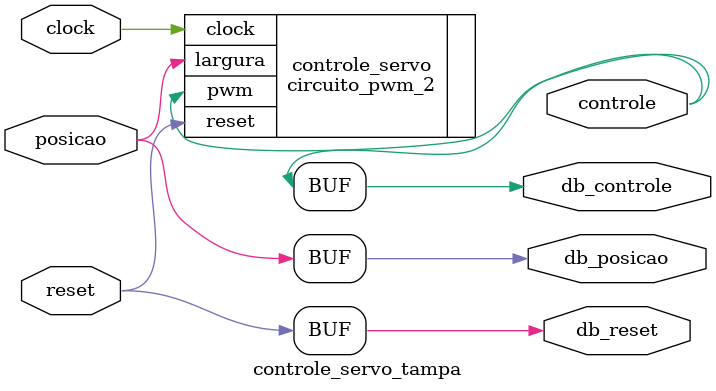
<source format=v>
module controle_servo_tampa (
    input wire clock,
    input wire reset,
    input wire posicao,
    output wire controle,
    output wire db_reset,
    output wire db_posicao,
    output wire db_controle
);

      circuito_pwm_2 #(           
        .conf_periodo (1000000),   // 20ms = 20ms / 20ns = 1000000 
        .largura_0    (75000  ),   // parado
        .largura_1    (100000  )    // gira
      ) controle_servo (
        .clock   (clock   ),
        .reset   (reset   ),
        .largura (posicao ),
        .pwm     (controle)
    );

    assign db_reset = reset;
    assign db_posicao = posicao;
    assign db_controle = controle;

endmodule

</source>
